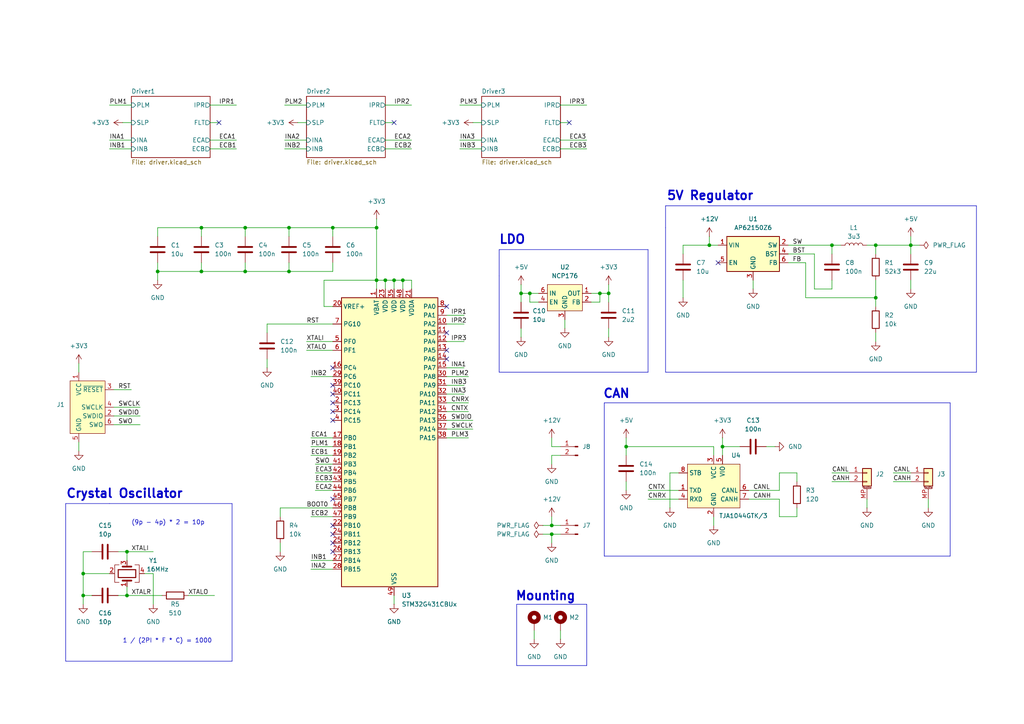
<source format=kicad_sch>
(kicad_sch (version 20231120) (generator "eeschema") (generator_version "8.0")
  (paper "A4")
  (lib_symbols
    (symbol "Connector:Conn_01x02_Pin" (pin_names (offset 1.016) hide)
      (property "Reference" "J" (at 0 2.54 0))
      (property "Value" "Conn_01x02_Pin" (at 0 -5.08 0))
      (symbol "Conn_01x02_Pin_1_1"
        (polyline (pts (xy 1.27 -2.54) (xy 0.8636 -2.54)) (stroke (width 0.1524)))
        (polyline (pts (xy 1.27 0) (xy 0.8636 0)) (stroke (width 0.1524)))
        (rectangle (start 0.8636 -2.413) (end 0 -2.667) (stroke (width 0.1524)) (fill (type outline)))
        (rectangle (start 0.8636 0.127) (end 0 -0.127) (stroke (width 0.1524)) (fill (type outline)))
        (pin passive line (at 5.08 0 180) (length 3.81) (name "Pin_1") (number "1"))
        (pin passive line (at 5.08 -2.54 180) (length 3.81) (name "Pin_2") (number "2"))
      )
    )
    (symbol "Connector:Conn_ARM_SWD_TagConnect_TC2030-NL" (in_bom no)
      (property "Reference" "J" (at 2.54 11.43 0))
      (property "Value" "Conn_ARM_SWD_TagConnect_TC2030-NL" (at 2.54 8.89 0))
      (symbol "Conn_ARM_SWD_TagConnect_TC2030-NL_0_0"
        (pin power_in line (at -2.54 10.16 270) (length 2.54) (name "VCC") (number "1"))
        (pin bidirectional line (at 7.62 -2.54 180) (length 2.54) (name "SWDIO") (number "2"))
        (pin open_collector line (at 7.62 5.08 180) (length 2.54) (name "~{RESET}") (number "3"))
        (pin output line (at 7.62 0 180) (length 2.54) (name "SWCLK") (number "4"))
        (pin power_in line (at -2.54 -10.16 90) (length 2.54) (name "GND") (number "5"))
        (pin input line (at 7.62 -5.08 180) (length 2.54) (name "SWO") (number "6"))
      )
      (symbol "Conn_ARM_SWD_TagConnect_TC2030-NL_0_1"
        (rectangle (start -5.08 7.62) (end 5.08 -7.62) (fill (type background)))
      )
    )
    (symbol "Connector_Generic_MountingPin:Conn_01x02_MountingPin" (pin_names (offset 1.016) hide)
      (property "Reference" "J" (at 0 2.54 0))
      (property "Value" "Conn_01x02_MountingPin" (at 1.27 -5.08 0))
      (symbol "Conn_01x02_MountingPin_1_1"
        (rectangle (start -1.27 -2.413) (end 0 -2.667) (stroke (width 0.1524)))
        (rectangle (start -1.27 0.127) (end 0 -0.127) (stroke (width 0.1524)))
        (rectangle (start -1.27 1.27) (end 1.27 -3.81) (stroke (width 0.254)) (fill (type background)))
        (polyline (pts (xy -1.016 -4.572) (xy 1.016 -4.572)) (stroke (width 0.1524)))
        (text "Mounting" (at 0 -4.191 0) (effects (font (size 0.381 0.381))))
        (pin passive line (at -5.08 0 0) (length 3.81) (name "Pin_1") (number "1"))
        (pin passive line (at -5.08 -2.54 0) (length 3.81) (name "Pin_2") (number "2"))
        (pin passive line (at 0 -7.62 90) (length 3.048) (name "MountPin") (number "MP"))
      )
    )
    (symbol "Device:C" (pin_numbers hide) (pin_names (offset 0.254))
      (property "Reference" "C" (at 0.635 2.54 0))
      (property "Value" "C" (at 0.635 -2.54 0))
      (symbol "C_0_1"
        (polyline (pts (xy -2.032 -0.762) (xy 2.032 -0.762)) (stroke (width 0.508)))
        (polyline (pts (xy -2.032 0.762) (xy 2.032 0.762)) (stroke (width 0.508)))
      )
      (symbol "C_1_1"
        (pin passive line (at 0 3.81 270) (length 2.794) (name "~") (number "1"))
        (pin passive line (at 0 -3.81 90) (length 2.794) (name "~") (number "2"))
      )
    )
    (symbol "Device:Crystal_GND24" (pin_names (offset 1.016) hide)
      (property "Reference" "Y" (at 3.175 5.08 0))
      (property "Value" "Crystal_GND24" (at 3.175 3.175 0))
      (symbol "Crystal_GND24_0_1"
        (rectangle (start -1.143 2.54) (end 1.143 -2.54) (stroke (width 0.3048)))
        (polyline (pts (xy -2.54 0) (xy -2.032 0)))
        (polyline (pts (xy -2.032 -1.27) (xy -2.032 1.27)) (stroke (width 0.508)))
        (polyline (pts (xy 0 -3.81) (xy 0 -3.556)))
        (polyline (pts (xy 0 3.556) (xy 0 3.81)))
        (polyline (pts (xy 2.032 -1.27) (xy 2.032 1.27)) (stroke (width 0.508)))
        (polyline (pts (xy 2.032 0) (xy 2.54 0)))
        (polyline (pts (xy -2.54 -2.286) (xy -2.54 -3.556) (xy 2.54 -3.556) (xy 2.54 -2.286)))
        (polyline (pts (xy -2.54 2.286) (xy -2.54 3.556) (xy 2.54 3.556) (xy 2.54 2.286)))
      )
      (symbol "Crystal_GND24_1_1"
        (pin passive line (at -3.81 0 0) (length 1.27) (name "1") (number "1"))
        (pin passive line (at 0 5.08 270) (length 1.27) (name "2") (number "2"))
        (pin passive line (at 3.81 0 180) (length 1.27) (name "3") (number "3"))
        (pin passive line (at 0 -5.08 90) (length 1.27) (name "4") (number "4"))
      )
    )
    (symbol "Device:L" (pin_numbers hide) (pin_names (offset 1.016) hide)
      (property "Reference" "L" (at -1.27 0 90))
      (property "Value" "L" (at 1.905 0 90))
      (symbol "L_0_1"
        (arc (start 0 -2.54) (mid 0.6323 -1.905) (end 0 -1.27))
        (arc (start 0 -1.27) (mid 0.6323 -0.635) (end 0 0))
        (arc (start 0 0) (mid 0.6323 0.635) (end 0 1.27))
        (arc (start 0 1.27) (mid 0.6323 1.905) (end 0 2.54))
      )
      (symbol "L_1_1"
        (pin passive line (at 0 3.81 270) (length 1.27) (name "1") (number "1"))
        (pin passive line (at 0 -3.81 90) (length 1.27) (name "2") (number "2"))
      )
    )
    (symbol "Device:R" (pin_numbers hide) (pin_names (offset 0))
      (property "Reference" "R" (at 2.032 0 90))
      (property "Value" "R" (at 0 0 90))
      (symbol "R_0_1"
        (rectangle (start -1.016 -2.54) (end 1.016 2.54) (stroke (width 0.254)))
      )
      (symbol "R_1_1"
        (pin passive line (at 0 3.81 270) (length 1.27) (name "~") (number "1"))
        (pin passive line (at 0 -3.81 90) (length 1.27) (name "~") (number "2"))
      )
    )
    (symbol "MCU_ST_STM32G4:STM32G431CBUx"
      (property "Reference" "U" (at -12.7 44.45 0))
      (property "Value" "STM32G431CBUx" (at 10.16 44.45 0))
      (symbol "STM32G431CBUx_0_1"
        (rectangle (start -12.7 -40.64) (end 15.24 43.18) (stroke (width 0.254)) (fill (type background)))
      )
      (symbol "STM32G431CBUx_1_1"
        (pin power_in line (at -2.54 45.72 270) (length 2.54) (name "VBAT") (number "1"))
        (pin bidirectional line (at 17.78 35.56 180) (length 2.54) (name "PA2") (number "10"))
        (pin bidirectional line (at 17.78 33.02 180) (length 2.54) (name "PA3") (number "11"))
        (pin bidirectional line (at 17.78 30.48 180) (length 2.54) (name "PA4") (number "12"))
        (pin bidirectional line (at 17.78 27.94 180) (length 2.54) (name "PA5") (number "13"))
        (pin bidirectional line (at 17.78 25.4 180) (length 2.54) (name "PA6") (number "14"))
        (pin bidirectional line (at 17.78 22.86 180) (length 2.54) (name "PA7") (number "15"))
        (pin bidirectional line (at -15.24 22.86 0) (length 2.54) (name "PC4") (number "16"))
        (pin bidirectional line (at -15.24 2.54 0) (length 2.54) (name "PB0") (number "17"))
        (pin bidirectional line (at -15.24 0 0) (length 2.54) (name "PB1") (number "18"))
        (pin bidirectional line (at -15.24 -2.54 0) (length 2.54) (name "PB2") (number "19"))
        (pin bidirectional line (at -15.24 12.7 0) (length 2.54) (name "PC13") (number "2"))
        (pin input line (at -15.24 40.64 0) (length 2.54) (name "VREF+") (number "20"))
        (pin power_in line (at 7.62 45.72 270) (length 2.54) (name "VDDA") (number "21"))
        (pin bidirectional line (at -15.24 -22.86 0) (length 2.54) (name "PB10") (number "22"))
        (pin power_in line (at 0 45.72 270) (length 2.54) (name "VDD") (number "23"))
        (pin bidirectional line (at -15.24 -25.4 0) (length 2.54) (name "PB11") (number "24"))
        (pin bidirectional line (at -15.24 -27.94 0) (length 2.54) (name "PB12") (number "25"))
        (pin bidirectional line (at -15.24 -30.48 0) (length 2.54) (name "PB13") (number "26"))
        (pin bidirectional line (at -15.24 -33.02 0) (length 2.54) (name "PB14") (number "27"))
        (pin bidirectional line (at -15.24 -35.56 0) (length 2.54) (name "PB15") (number "28"))
        (pin bidirectional line (at -15.24 20.32 0) (length 2.54) (name "PC6") (number "29"))
        (pin bidirectional line (at -15.24 10.16 0) (length 2.54) (name "PC14") (number "3"))
        (pin bidirectional line (at 17.78 20.32 180) (length 2.54) (name "PA8") (number "30"))
        (pin bidirectional line (at 17.78 17.78 180) (length 2.54) (name "PA9") (number "31"))
        (pin bidirectional line (at 17.78 15.24 180) (length 2.54) (name "PA10") (number "32"))
        (pin bidirectional line (at 17.78 12.7 180) (length 2.54) (name "PA11") (number "33"))
        (pin bidirectional line (at 17.78 10.16 180) (length 2.54) (name "PA12") (number "34"))
        (pin power_in line (at 2.54 45.72 270) (length 2.54) (name "VDD") (number "35"))
        (pin bidirectional line (at 17.78 7.62 180) (length 2.54) (name "PA13") (number "36"))
        (pin bidirectional line (at 17.78 5.08 180) (length 2.54) (name "PA14") (number "37"))
        (pin bidirectional line (at 17.78 2.54 180) (length 2.54) (name "PA15") (number "38"))
        (pin bidirectional line (at -15.24 17.78 0) (length 2.54) (name "PC10") (number "39"))
        (pin bidirectional line (at -15.24 7.62 0) (length 2.54) (name "PC15") (number "4"))
        (pin bidirectional line (at -15.24 15.24 0) (length 2.54) (name "PC11") (number "40"))
        (pin bidirectional line (at -15.24 -5.08 0) (length 2.54) (name "PB3") (number "41"))
        (pin bidirectional line (at -15.24 -7.62 0) (length 2.54) (name "PB4") (number "42"))
        (pin bidirectional line (at -15.24 -10.16 0) (length 2.54) (name "PB5") (number "43"))
        (pin bidirectional line (at -15.24 -12.7 0) (length 2.54) (name "PB6") (number "44"))
        (pin bidirectional line (at -15.24 -15.24 0) (length 2.54) (name "PB7") (number "45"))
        (pin bidirectional line (at -15.24 -17.78 0) (length 2.54) (name "PB8") (number "46"))
        (pin bidirectional line (at -15.24 -20.32 0) (length 2.54) (name "PB9") (number "47"))
        (pin power_in line (at 5.08 45.72 270) (length 2.54) (name "VDD") (number "48"))
        (pin power_in line (at 2.54 -43.18 90) (length 2.54) (name "VSS") (number "49"))
        (pin bidirectional line (at -15.24 30.48 0) (length 2.54) (name "PF0") (number "5"))
        (pin bidirectional line (at -15.24 27.94 0) (length 2.54) (name "PF1") (number "6"))
        (pin bidirectional line (at -15.24 35.56 0) (length 2.54) (name "PG10") (number "7"))
        (pin bidirectional line (at 17.78 40.64 180) (length 2.54) (name "PA0") (number "8"))
        (pin bidirectional line (at 17.78 38.1 180) (length 2.54) (name "PA1") (number "9"))
      )
    )
    (symbol "Regulator_Switching:AP62150Z6"
      (property "Reference" "U" (at -7.62 6.35 0))
      (property "Value" "AP62150Z6" (at 6.35 -6.35 0))
      (symbol "AP62150Z6_0_1"
        (rectangle (start -7.62 5.08) (end 7.62 -5.08) (stroke (width 0.254)) (fill (type background)))
      )
      (symbol "AP62150Z6_1_1"
        (pin power_in line (at -10.16 2.54 0) (length 2.54) (name "VIN") (number "1"))
        (pin output line (at 10.16 2.54 180) (length 2.54) (name "SW") (number "2"))
        (pin power_in line (at 0 -7.62 90) (length 2.54) (name "GND") (number "3"))
        (pin passive line (at 10.16 0 180) (length 2.54) (name "BST") (number "4"))
        (pin input line (at -10.16 -2.54 0) (length 2.54) (name "EN") (number "5"))
        (pin input line (at 10.16 -2.54 180) (length 2.54) (name "FB") (number "6"))
      )
    )
    (symbol "User_Symbols:24939" (pin_numbers hide) (pin_names hide)
      (property "Reference" "M" (at 0 2.54 0))
      (symbol "24939_0_1"
        (circle (center 0 0) (radius 1.27) (stroke (width 1.27)))
      )
      (symbol "24939_1_1"
        (pin input line (at 0 -3.81 90) (length 2.54) (name "MP") (number "MP"))
      )
    )
    (symbol "User_Symbols:NCP176"
      (property "Reference" "U" (at -4.572 4.064 0))
      (property "Value" "NCP176" (at 1.778 4.064 0))
      (symbol "NCP176_1_1"
        (rectangle (start -5.08 2.54) (end 5.08 -5.08) (fill (type background)))
        (pin power_out line (at 7.62 0 180) (length 2.54) (name "OUT") (number "1"))
        (pin input line (at 7.62 -2.54 180) (length 2.54) (name "FB") (number "2"))
        (pin power_in line (at 0 -7.62 90) (length 2.54) (name "GND") (number "3"))
        (pin input line (at -7.62 -2.54 0) (length 2.54) (name "EN") (number "4"))
        (pin no_connect line (at 0 5.08 270) (length 2.54) hide (name "NC") (number "5"))
        (pin power_in line (at -7.62 0 0) (length 2.54) (name "IN") (number "6"))
        (pin passive line (at 0 -7.62 90) (length 2.54) hide (name "EPAD") (number "7"))
      )
    )
    (symbol "User_Symbols:TJA1044GTK/3"
      (property "Reference" "U" (at 13.462 2.286 0))
      (property "Value" "TJA1044GTK/3" (at -2.54 2.286 0))
      (symbol "TJA1044GTK/3_1_1"
        (rectangle (start 0 0) (end 15.24 -12.7) (fill (type background)))
        (pin input line (at -2.54 -7.62 0) (length 2.54) (name "TXD") (number "1"))
        (pin power_in line (at 7.62 -15.24 90) (length 2.54) (name "GND") (number "2"))
        (pin power_in line (at 7.62 2.54 270) (length 2.54) (name "VCC") (number "3"))
        (pin output line (at -2.54 -10.16 0) (length 2.54) (name "RXD") (number "4"))
        (pin power_in line (at 10.16 2.54 270) (length 2.54) (name "VIO") (number "5"))
        (pin bidirectional line (at 17.78 -7.62 180) (length 2.54) (name "CANL") (number "6"))
        (pin bidirectional line (at 17.78 -10.16 180) (length 2.54) (name "CANH") (number "7"))
        (pin input line (at -2.54 -2.54 0) (length 2.54) (name "STB") (number "8"))
        (pin passive line (at 7.62 -15.24 90) (length 2.54) hide (name "EPAD") (number "9"))
      )
    )
    (symbol "power:+12V" (power) (pin_numbers hide) (pin_names (offset 0) hide)
      (property "Value" "+12V" (at 0 3.556 0))
      (symbol "+12V_0_1"
        (polyline (pts (xy -0.762 1.27) (xy 0 2.54)))
        (polyline (pts (xy 0 0) (xy 0 2.54)))
        (polyline (pts (xy 0 2.54) (xy 0.762 1.27)))
      )
      (symbol "+12V_1_1"
        (pin power_in line (at 0 0 90) (length 0) (name "~") (number "1"))
      )
    )
    (symbol "power:+3V3" (power) (pin_numbers hide) (pin_names (offset 0) hide)
      (property "Value" "+3V3" (at 0 3.556 0))
      (symbol "+3V3_0_1"
        (polyline (pts (xy -0.762 1.27) (xy 0 2.54)))
        (polyline (pts (xy 0 0) (xy 0 2.54)))
        (polyline (pts (xy 0 2.54) (xy 0.762 1.27)))
      )
      (symbol "+3V3_1_1"
        (pin power_in line (at 0 0 90) (length 0) (name "~") (number "1"))
      )
    )
    (symbol "power:+5V" (power) (pin_numbers hide) (pin_names (offset 0) hide)
      (property "Value" "+5V" (at 0 3.556 0))
      (symbol "+5V_0_1"
        (polyline (pts (xy -0.762 1.27) (xy 0 2.54)))
        (polyline (pts (xy 0 0) (xy 0 2.54)))
        (polyline (pts (xy 0 2.54) (xy 0.762 1.27)))
      )
      (symbol "+5V_1_1"
        (pin power_in line (at 0 0 90) (length 0) (name "~") (number "1"))
      )
    )
    (symbol "power:GND" (power) (pin_numbers hide) (pin_names (offset 0) hide)
      (property "Value" "GND" (at 0 -3.81 0))
      (symbol "GND_0_1"
        (polyline (pts (xy 0 0) (xy 0 -1.27) (xy 1.27 -1.27) (xy 0 -2.54) (xy -1.27 -1.27) (xy 0 -1.27)))
      )
      (symbol "GND_1_1"
        (pin power_in line (at 0 0 270) (length 0) (name "~") (number "1"))
      )
    )
    (symbol "power:PWR_FLAG" (power) (pin_numbers hide) (pin_names (offset 0) hide)
      (property "Value" "PWR_FLAG" (at 0 3.81 0))
      (symbol "PWR_FLAG_0_0"
        (pin power_out line (at 0 0 90) (length 0) (name "~") (number "1"))
      )
      (symbol "PWR_FLAG_0_1"
        (polyline (pts (xy 0 0) (xy 0 1.27) (xy -1.016 1.905) (xy 0 2.54) (xy 1.016 1.905) (xy 0 1.27)))
      )
    )
  )
  (junction (at 71.12 66.04))
  (junction (at 24.13 166.37))
  (junction (at 254 86.36))
  (junction (at 96.52 66.04))
  (junction (at 181.61 129.54))
  (junction (at 109.22 81.28))
  (junction (at 24.13 172.72))
  (junction (at 111.76 81.28))
  (junction (at 83.82 78.74))
  (junction (at 71.12 78.74))
  (junction (at 176.53 85.09))
  (junction (at 205.74 71.12))
  (junction (at 45.72 78.74))
  (junction (at 264.16 71.12))
  (junction (at 209.55 129.54))
  (junction (at 254 71.12))
  (junction (at 160.02 154.94))
  (junction (at 109.22 66.04))
  (junction (at 36.83 172.72))
  (junction (at 114.3 81.28))
  (junction (at 116.84 81.28))
  (junction (at 36.83 160.02))
  (junction (at 153.67 85.09))
  (junction (at 83.82 66.04))
  (junction (at 151.13 85.09))
  (junction (at 173.99 85.09))
  (junction (at 58.42 66.04))
  (junction (at 160.02 152.4))
  (junction (at 58.42 78.74))
  (junction (at 241.3 71.12))
  (no_connect (at 129.54 101.6))
  (no_connect (at 129.54 88.9))
  (no_connect (at 96.52 152.4))
  (no_connect (at 96.52 121.92))
  (no_connect (at 114.3 35.56))
  (no_connect (at 96.52 154.94))
  (no_connect (at 129.54 96.52))
  (no_connect (at 96.52 111.76))
  (no_connect (at 63.5 35.56))
  (no_connect (at 96.52 106.68))
  (no_connect (at 165.1 35.56))
  (no_connect (at 96.52 144.78))
  (no_connect (at 208.28 76.2))
  (no_connect (at 96.52 160.02))
  (no_connect (at 96.52 119.38))
  (no_connect (at 129.54 104.14))
  (no_connect (at 96.52 116.84))
  (no_connect (at 96.52 157.48))
  (no_connect (at 96.52 114.3))
  (wire (pts (xy 173.99 87.63) (xy 173.99 85.09)))
  (wire (pts (xy 71.12 66.04) (xy 83.82 66.04)))
  (wire (pts (xy 45.72 66.04) (xy 58.42 66.04)))
  (wire (pts (xy 217.17 144.78) (xy 226.06 144.78)))
  (wire (pts (xy 82.55 43.18) (xy 88.9 43.18)))
  (wire (pts (xy 22.86 105.41) (xy 22.86 107.95)))
  (wire (pts (xy 209.55 127) (xy 209.55 129.54)))
  (wire (pts (xy 264.16 137.16) (xy 259.08 137.16)))
  (wire (pts (xy 82.55 30.48) (xy 88.9 30.48)))
  (wire (pts (xy 246.38 137.16) (xy 241.3 137.16)))
  (wire (pts (xy 187.96 142.24) (xy 196.85 142.24)))
  (wire (pts (xy 226.06 149.86) (xy 226.06 144.78)))
  (wire (pts (xy 154.94 185.42) (xy 154.94 182.88)))
  (wire (pts (xy 88.9 101.6) (xy 96.52 101.6)))
  (wire (pts (xy 151.13 95.25) (xy 151.13 97.79)))
  (wire (pts (xy 228.6 73.66) (xy 236.22 73.66)))
  (wire (pts (xy 198.12 73.66) (xy 198.12 71.12)))
  (wire (pts (xy 231.14 147.32) (xy 231.14 149.86)))
  (polyline (pts (xy 275.59 116.84) (xy 175.26 116.84)))
  (wire (pts (xy 171.45 87.63) (xy 173.99 87.63)))
  (wire (pts (xy 24.13 172.72) (xy 24.13 166.37)))
  (polyline (pts (xy 187.96 72.39) (xy 144.78 72.39)))
  (wire (pts (xy 90.17 165.1) (xy 96.52 165.1)))
  (wire (pts (xy 176.53 85.09) (xy 173.99 85.09)))
  (wire (pts (xy 36.83 160.02) (xy 34.29 160.02)))
  (wire (pts (xy 162.56 185.42) (xy 162.56 182.88)))
  (polyline (pts (xy 31.75 146.05) (xy 67.31 146.05)))
  (wire (pts (xy 236.22 83.82) (xy 241.3 83.82)))
  (wire (pts (xy 82.55 40.64) (xy 88.9 40.64)))
  (wire (pts (xy 109.22 81.28) (xy 111.76 81.28)))
  (wire (pts (xy 24.13 166.37) (xy 31.75 166.37)))
  (wire (pts (xy 36.83 160.02) (xy 44.45 160.02)))
  (wire (pts (xy 151.13 82.55) (xy 151.13 85.09)))
  (wire (pts (xy 209.55 129.54) (xy 214.63 129.54)))
  (wire (pts (xy 58.42 66.04) (xy 71.12 66.04)))
  (wire (pts (xy 119.38 81.28) (xy 119.38 83.82)))
  (wire (pts (xy 160.02 129.54) (xy 162.56 129.54)))
  (wire (pts (xy 24.13 175.26) (xy 24.13 172.72)))
  (wire (pts (xy 160.02 132.08) (xy 162.56 132.08)))
  (wire (pts (xy 217.17 142.24) (xy 226.06 142.24)))
  (wire (pts (xy 91.44 139.7) (xy 96.52 139.7)))
  (wire (pts (xy 111.76 40.64) (xy 119.38 40.64)))
  (wire (pts (xy 111.76 30.48) (xy 119.38 30.48)))
  (wire (pts (xy 264.16 71.12) (xy 264.16 73.66)))
  (polyline (pts (xy 144.78 72.39) (xy 144.78 80.01)))
  (wire (pts (xy 60.96 40.64) (xy 68.58 40.64)))
  (polyline (pts (xy 19.05 191.77) (xy 19.05 146.05)))
  (wire (pts (xy 233.68 86.36) (xy 254 86.36)))
  (wire (pts (xy 231.14 149.86) (xy 226.06 149.86)))
  (wire (pts (xy 77.47 104.14) (xy 77.47 106.68)))
  (wire (pts (xy 153.67 85.09) (xy 156.21 85.09)))
  (wire (pts (xy 83.82 78.74) (xy 96.52 78.74)))
  (wire (pts (xy 90.17 109.22) (xy 96.52 109.22)))
  (wire (pts (xy 133.35 30.48) (xy 139.7 30.48)))
  (wire (pts (xy 162.56 43.18) (xy 170.18 43.18)))
  (wire (pts (xy 157.48 152.4) (xy 160.02 152.4)))
  (wire (pts (xy 259.08 139.7) (xy 264.16 139.7)))
  (wire (pts (xy 151.13 85.09) (xy 151.13 87.63)))
  (wire (pts (xy 96.52 66.04) (xy 96.52 68.58)))
  (wire (pts (xy 207.01 149.86) (xy 207.01 152.4)))
  (wire (pts (xy 176.53 82.55) (xy 176.53 85.09)))
  (wire (pts (xy 129.54 111.76) (xy 134.62 111.76)))
  (polyline (pts (xy 175.26 116.84) (xy 175.26 121.92)))
  (wire (pts (xy 58.42 78.74) (xy 71.12 78.74)))
  (wire (pts (xy 181.61 129.54) (xy 207.01 129.54)))
  (wire (pts (xy 44.45 166.37) (xy 44.45 175.26)))
  (wire (pts (xy 90.17 129.54) (xy 96.52 129.54)))
  (wire (pts (xy 173.99 85.09) (xy 171.45 85.09)))
  (wire (pts (xy 83.82 66.04) (xy 96.52 66.04)))
  (wire (pts (xy 77.47 96.52) (xy 77.47 93.98)))
  (polyline (pts (xy 149.86 175.26) (xy 170.18 175.26)))
  (wire (pts (xy 129.54 109.22) (xy 135.89 109.22)))
  (wire (pts (xy 209.55 129.54) (xy 209.55 132.08)))
  (wire (pts (xy 36.83 172.72) (xy 46.99 172.72)))
  (wire (pts (xy 205.74 68.58) (xy 205.74 71.12)))
  (wire (pts (xy 226.06 137.16) (xy 231.14 137.16)))
  (wire (pts (xy 194.31 147.32) (xy 194.31 137.16)))
  (wire (pts (xy 86.36 35.56) (xy 88.9 35.56)))
  (polyline (pts (xy 275.59 161.29) (xy 275.59 116.84)))
  (wire (pts (xy 129.54 106.68) (xy 134.62 106.68)))
  (wire (pts (xy 24.13 172.72) (xy 26.67 172.72)))
  (wire (pts (xy 264.16 81.28) (xy 264.16 83.82)))
  (wire (pts (xy 226.06 142.24) (xy 226.06 137.16)))
  (wire (pts (xy 31.75 30.48) (xy 38.1 30.48)))
  (wire (pts (xy 241.3 71.12) (xy 243.84 71.12)))
  (wire (pts (xy 58.42 66.04) (xy 58.42 68.58)))
  (wire (pts (xy 160.02 152.4) (xy 162.56 152.4)))
  (wire (pts (xy 222.25 129.54) (xy 224.79 129.54)))
  (polyline (pts (xy 175.26 161.29) (xy 275.59 161.29)))
  (wire (pts (xy 83.82 66.04) (xy 83.82 68.58)))
  (wire (pts (xy 81.28 147.32) (xy 96.52 147.32)))
  (wire (pts (xy 207.01 129.54) (xy 207.01 132.08)))
  (wire (pts (xy 58.42 78.74) (xy 58.42 76.2)))
  (wire (pts (xy 181.61 127) (xy 181.61 129.54)))
  (wire (pts (xy 254 86.36) (xy 254 88.9)))
  (polyline (pts (xy 283.21 107.95) (xy 283.21 59.69)))
  (wire (pts (xy 109.22 81.28) (xy 109.22 83.82)))
  (wire (pts (xy 116.84 81.28) (xy 119.38 81.28)))
  (wire (pts (xy 264.16 71.12) (xy 266.7 71.12)))
  (wire (pts (xy 181.61 139.7) (xy 181.61 142.24)))
  (wire (pts (xy 194.31 137.16) (xy 196.85 137.16)))
  (wire (pts (xy 93.98 88.9) (xy 93.98 81.28)))
  (polyline (pts (xy 193.04 66.04) (xy 193.04 107.95)))
  (wire (pts (xy 162.56 35.56) (xy 165.1 35.56)))
  (wire (pts (xy 45.72 78.74) (xy 45.72 81.28)))
  (wire (pts (xy 160.02 154.94) (xy 162.56 154.94)))
  (wire (pts (xy 83.82 78.74) (xy 83.82 76.2)))
  (polyline (pts (xy 283.21 59.69) (xy 193.04 59.69)))
  (wire (pts (xy 31.75 43.18) (xy 38.1 43.18)))
  (wire (pts (xy 205.74 71.12) (xy 208.28 71.12)))
  (wire (pts (xy 241.3 139.7) (xy 246.38 139.7)))
  (wire (pts (xy 198.12 81.28) (xy 198.12 86.36)))
  (wire (pts (xy 91.44 134.62) (xy 96.52 134.62)))
  (wire (pts (xy 231.14 137.16) (xy 231.14 139.7)))
  (wire (pts (xy 236.22 73.66) (xy 236.22 83.82)))
  (wire (pts (xy 160.02 127) (xy 160.02 129.54)))
  (wire (pts (xy 129.54 121.92) (xy 137.16 121.92)))
  (wire (pts (xy 187.96 144.78) (xy 196.85 144.78)))
  (wire (pts (xy 71.12 78.74) (xy 83.82 78.74)))
  (wire (pts (xy 254 71.12) (xy 264.16 71.12)))
  (wire (pts (xy 54.61 172.72) (xy 62.23 172.72)))
  (polyline (pts (xy 144.78 107.95) (xy 187.96 107.95)))
  (wire (pts (xy 90.17 132.08) (xy 96.52 132.08)))
  (wire (pts (xy 36.83 162.56) (xy 36.83 160.02)))
  (polyline (pts (xy 149.86 175.26) (xy 149.86 193.04)))
  (polyline (pts (xy 149.86 193.04) (xy 170.18 193.04)))
  (wire (pts (xy 33.02 120.65) (xy 40.64 120.65)))
  (wire (pts (xy 218.44 81.28) (xy 218.44 83.82)))
  (wire (pts (xy 269.24 147.32) (xy 269.24 144.78)))
  (polyline (pts (xy 67.31 146.05) (xy 67.31 191.77)))
  (wire (pts (xy 114.3 175.26) (xy 114.3 172.72)))
  (wire (pts (xy 163.83 92.71) (xy 163.83 95.25)))
  (wire (pts (xy 160.02 134.62) (xy 160.02 132.08)))
  (wire (pts (xy 44.45 166.37) (xy 41.91 166.37)))
  (wire (pts (xy 60.96 43.18) (xy 68.58 43.18)))
  (wire (pts (xy 162.56 40.64) (xy 170.18 40.64)))
  (wire (pts (xy 129.54 119.38) (xy 135.89 119.38)))
  (wire (pts (xy 251.46 147.32) (xy 251.46 144.78)))
  (polyline (pts (xy 144.78 80.01) (xy 144.78 107.95)))
  (wire (pts (xy 153.67 87.63) (xy 153.67 85.09)))
  (polyline (pts (xy 67.31 191.77) (xy 19.05 191.77)))
  (wire (pts (xy 31.75 40.64) (xy 38.1 40.64)))
  (wire (pts (xy 129.54 114.3) (xy 134.62 114.3)))
  (wire (pts (xy 45.72 78.74) (xy 58.42 78.74)))
  (wire (pts (xy 162.56 30.48) (xy 170.18 30.48)))
  (wire (pts (xy 45.72 66.04) (xy 45.72 68.58)))
  (polyline (pts (xy 175.26 121.92) (xy 175.26 161.29)))
  (wire (pts (xy 254 81.28) (xy 254 86.36)))
  (wire (pts (xy 114.3 81.28) (xy 116.84 81.28)))
  (wire (pts (xy 33.02 113.03) (xy 38.1 113.03)))
  (wire (pts (xy 90.17 149.86) (xy 96.52 149.86)))
  (polyline (pts (xy 193.04 107.95) (xy 283.21 107.95)))
  (wire (pts (xy 96.52 78.74) (xy 96.52 76.2)))
  (wire (pts (xy 81.28 147.32) (xy 81.28 149.86)))
  (wire (pts (xy 129.54 93.98) (xy 134.62 93.98)))
  (wire (pts (xy 22.86 128.27) (xy 22.86 130.81)))
  (wire (pts (xy 90.17 127) (xy 96.52 127)))
  (wire (pts (xy 36.83 170.18) (xy 36.83 172.72)))
  (wire (pts (xy 45.72 76.2) (xy 45.72 78.74)))
  (wire (pts (xy 129.54 116.84) (xy 135.89 116.84)))
  (wire (pts (xy 116.84 81.28) (xy 116.84 83.82)))
  (wire (pts (xy 233.68 76.2) (xy 228.6 76.2)))
  (wire (pts (xy 71.12 66.04) (xy 71.12 68.58)))
  (wire (pts (xy 111.76 81.28) (xy 114.3 81.28)))
  (wire (pts (xy 81.28 157.48) (xy 81.28 160.02)))
  (wire (pts (xy 88.9 99.06) (xy 96.52 99.06)))
  (wire (pts (xy 264.16 68.58) (xy 264.16 71.12)))
  (wire (pts (xy 156.21 87.63) (xy 153.67 87.63)))
  (wire (pts (xy 228.6 71.12) (xy 241.3 71.12)))
  (wire (pts (xy 35.56 35.56) (xy 38.1 35.56)))
  (wire (pts (xy 157.48 154.94) (xy 160.02 154.94)))
  (wire (pts (xy 91.44 137.16) (xy 96.52 137.16)))
  (wire (pts (xy 129.54 127) (xy 135.89 127)))
  (wire (pts (xy 254 96.52) (xy 254 99.06)))
  (wire (pts (xy 251.46 71.12) (xy 254 71.12)))
  (wire (pts (xy 160.02 157.48) (xy 160.02 154.94)))
  (wire (pts (xy 137.16 35.56) (xy 139.7 35.56)))
  (wire (pts (xy 129.54 99.06) (xy 134.62 99.06)))
  (wire (pts (xy 96.52 88.9) (xy 93.98 88.9)))
  (wire (pts (xy 233.68 76.2) (xy 233.68 86.36)))
  (wire (pts (xy 129.54 91.44) (xy 134.62 91.44)))
  (wire (pts (xy 96.52 66.04) (xy 109.22 66.04)))
  (wire (pts (xy 133.35 43.18) (xy 139.7 43.18)))
  (wire (pts (xy 129.54 124.46) (xy 137.16 124.46)))
  (polyline (pts (xy 193.04 59.69) (xy 193.04 66.04)))
  (wire (pts (xy 71.12 78.74) (xy 71.12 76.2)))
  (wire (pts (xy 111.76 81.28) (xy 111.76 83.82)))
  (wire (pts (xy 109.22 63.5) (xy 109.22 66.04)))
  (wire (pts (xy 91.44 142.24) (xy 96.52 142.24)))
  (wire (pts (xy 60.96 35.56) (xy 63.5 35.56)))
  (wire (pts (xy 36.83 172.72) (xy 34.29 172.72)))
  (wire (pts (xy 114.3 81.28) (xy 114.3 83.82)))
  (wire (pts (xy 109.22 66.04) (xy 109.22 81.28)))
  (wire (pts (xy 60.96 30.48) (xy 68.58 30.48)))
  (wire (pts (xy 153.67 85.09) (xy 151.13 85.09)))
  (wire (pts (xy 77.47 93.98) (xy 96.52 93.98)))
  (wire (pts (xy 111.76 35.56) (xy 114.3 35.56)))
  (wire (pts (xy 241.3 73.66) (xy 241.3 71.12)))
  (wire (pts (xy 176.53 95.25) (xy 176.53 97.79)))
  (wire (pts (xy 93.98 81.28) (xy 109.22 81.28)))
  (polyline (pts (xy 187.96 107.95) (xy 187.96 72.39)))
  (polyline (pts (xy 170.18 193.04) (xy 170.18 175.26)))
  (wire (pts (xy 176.53 87.63) (xy 176.53 85.09)))
  (wire (pts (xy 241.3 81.28) (xy 241.3 83.82)))
  (wire (pts (xy 111.76 43.18) (xy 119.38 43.18)))
  (wire (pts (xy 24.13 160.02) (xy 26.67 160.02)))
  (wire (pts (xy 181.61 132.08) (xy 181.61 129.54)))
  (polyline (pts (xy 19.05 146.05) (xy 31.75 146.05)))
  (wire (pts (xy 90.17 162.56) (xy 96.52 162.56)))
  (wire (pts (xy 24.13 166.37) (xy 24.13 160.02)))
  (wire (pts (xy 133.35 40.64) (xy 139.7 40.64)))
  (wire (pts (xy 33.02 123.19) (xy 40.64 123.19)))
  (wire (pts (xy 33.02 118.11) (xy 40.64 118.11)))
  (wire (pts (xy 198.12 71.12) (xy 205.74 71.12)))
  (wire (pts (xy 254 71.12) (xy 254 73.66)))
  (wire (pts (xy 160.02 149.86) (xy 160.02 152.4)))
  (text "CAN" (at 178.816 114.3 0) (effects (font (size 2.54 2.54) (thickness 0.508) (bold yes))))
  (text "Mounting" (at 158.242 172.974 0) (effects (font (size 2.54 2.54) (thickness 0.508) (bold yes))))
  (text "5V Regulator" (at 205.994 56.896 0) (effects (font (size 2.54 2.54) (thickness 0.508) (bold yes))))
  (text "(9p - 4p) * 2 = 10p" (at 38.1 152.4 0) (effects (font (size 1.27 1.27)) (justify left bottom)))
  (text "LDO" (at 148.59 69.596 0) (effects (font (size 2.54 2.54) (thickness 0.508) (bold yes))))
  (text "Crystal Oscillator" (at 19.05 144.78 0) (effects (font (size 2.54 2.54) (thickness 0.508) (bold yes)) (justify left bottom)))
  (text "1 / (2PI * F * C) = 1000" (at 35.56 186.69 0) (effects (font (size 1.27 1.27)) (justify left bottom)))
  (label "ECA3" (at 91.44 137.16 0))
  (label "RST" (at 34.29 113.03 0))
  (label "SWO" (at 34.29 123.19 0))
  (label "FB" (at 229.87 76.2 0))
  (label "CANL" (at 241.3 137.16 0))
  (label "INB3" (at 133.35 43.18 0))
  (label "INA2" (at 90.17 165.1 0))
  (label "SWO" (at 91.44 134.62 0))
  (label "ECA2" (at 91.44 142.24 0))
  (label "CANL" (at 259.08 137.16 0))
  (label "XTALI" (at 88.9 99.06 0))
  (label "CNRX" (at 130.81 116.84 0))
  (label "IPR2" (at 114.3 30.48 0))
  (label "SWDIO" (at 34.29 120.65 0))
  (label "CANH" (at 259.08 139.7 0))
  (label "RST" (at 88.9 93.98 0))
  (label "INB2" (at 82.55 43.18 0))
  (label "ECB3" (at 91.44 139.7 0))
  (label "INA2" (at 82.55 40.64 0))
  (label "ECB1" (at 63.5 43.18 0))
  (label "IPR1" (at 130.81 91.44 0))
  (label "IPR3" (at 165.1 30.48 0))
  (label "ECB2" (at 114.3 43.18 0))
  (label "XTALO" (at 88.9 101.6 0))
  (label "PLM2" (at 130.81 109.22 0))
  (label "INB3" (at 130.81 111.76 0))
  (label "XTALR" (at 38.1 172.72 0))
  (label "ECA2" (at 114.3 40.64 0))
  (label "PLM1" (at 90.17 129.54 0))
  (label "SW" (at 229.87 71.12 0))
  (label "ECB1" (at 90.17 132.08 0))
  (label "XTALO" (at 54.61 172.72 0))
  (label "CANH" (at 218.44 144.78 0))
  (label "ECA3" (at 165.1 40.64 0))
  (label "INA3" (at 133.35 40.64 0))
  (label "SWDIO" (at 130.81 121.92 0))
  (label "INA3" (at 130.81 114.3 0))
  (label "BST" (at 229.87 73.66 0))
  (label "INA1" (at 31.75 40.64 0))
  (label "PLM1" (at 31.75 30.48 0))
  (label "ECA1" (at 63.5 40.64 0))
  (label "IPR3" (at 130.81 99.06 0))
  (label "SWCLK" (at 130.81 124.46 0))
  (label "INB1" (at 31.75 43.18 0))
  (label "ECA1" (at 90.17 127 0))
  (label "PLM3" (at 133.35 30.48 0))
  (label "CNRX" (at 187.96 144.78 0))
  (label "PLM2" (at 82.55 30.48 0))
  (label "BOOT0" (at 88.9 147.32 0))
  (label "PLM3" (at 130.81 127 0))
  (label "ECB2" (at 90.17 149.86 0))
  (label "CANL" (at 218.44 142.24 0))
  (label "IPR2" (at 130.81 93.98 0))
  (label "XTALI" (at 38.1 160.02 0))
  (label "INA1" (at 130.81 106.68 0))
  (label "ECB3" (at 165.1 43.18 0))
  (label "IPR1" (at 63.5 30.48 0))
  (label "INB2" (at 90.17 109.22 0))
  (label "CANH" (at 241.3 139.7 0))
  (label "SWCLK" (at 34.29 118.11 0))
  (label "INB1" (at 90.17 162.56 0))
  (label "CNTX" (at 187.96 142.24 0))
  (label "CNTX" (at 130.81 119.38 0))
  (symbol (lib_id "power:+12V") (at 160.02 149.86 0) (unit 1)
    (property "Reference" "#PWR020" (effects (hide yes)))
    (property "Value" "+12V" (at 160.02 144.78 0))
    (property "Description" "Power symbol creates a global label with name \"+12V\"" (effects (hide yes)))
  )
  (symbol (lib_id "Connector_Generic_MountingPin:Conn_01x02_MountingPin") (at 269.24 137.16 0) (unit 1)
    (property "Reference" "J3" (at 271.78 137.5155 0) (effects (justify left)))
    (property "Value" "Conn_01x02_MountingPin" (effects (hide yes)))
    (property "Footprint" "Connector_JST:JST_SH_SM02B-SRSS-TB_1x02-1MP_P1.00mm_Horizontal" (effects (hide yes)))
    (property "Description" "Generic connectable mounting pin connector, single row, 01x02, script generated (kicad-library-utils/schlib/autogen/connector/)" (effects (hide yes)))
  )
  (symbol (lib_id "power:+3V3") (at 86.36 35.56 90) (unit 1)
    (property "Reference" "#PWR069" (effects (hide yes)))
    (property "Value" "+3V3" (at 82.55 35.5599 90) (effects (justify left)))
    (property "Description" "Power symbol creates a global label with name \"+3V3\"" (effects (hide yes)))
  )
  (symbol (lib_id "power:PWR_FLAG") (at 157.48 152.4 90) (unit 1)
    (property "Reference" "#FLG03" (effects (hide yes)))
    (property "Value" "PWR_FLAG" (at 153.67 152.3999 90) (effects (justify left)))
    (property "Description" "Special symbol for telling ERC where power comes from" (effects (hide yes)))
  )
  (symbol (lib_id "Device:C") (at 58.42 72.39 0) (unit 1)
    (property "Reference" "C3" (at 62.23 71.12 0) (effects (justify left)))
    (property "Value" "100n" (at 62.23 73.66 0) (effects (justify left)))
    (property "Footprint" "Capacitor_SMD:C_0402_1005Metric" (effects (hide yes)))
  )
  (symbol (lib_id "power:GND") (at 194.31 147.32 0) (unit 1)
    (property "Reference" "#PWR065" (effects (hide yes)))
    (property "Value" "GND" (at 194.31 152.4 0))
    (property "Description" "Power symbol creates a global label with name \"GND\" , ground" (effects (hide yes)))
  )
  (symbol (lib_id "User_Symbols:24939") (at 162.56 179.07 0) (unit 1)
    (property "Reference" "M2" (at 165.1 179.0699 0) (effects (justify left)))
    (property "Value" "24939" (effects (hide yes)))
    (property "Footprint" "User_Footprints:24939" (effects (hide yes)))
    (property "Datasheet" "https://www.digikey.com/en/products/detail/keystone-electronics/24939/16343673" (effects (hide yes)))
    (property "Description" "M3 Solder Insert" (effects (hide yes)))
  )
  (symbol (lib_id "Regulator_Switching:AP62150Z6") (at 218.44 73.66 0) (unit 1)
    (property "Reference" "U1" (at 218.44 63.5 0))
    (property "Value" "AP62150Z6" (at 218.44 66.04 0))
    (property "Footprint" "Package_TO_SOT_SMD:SOT-563" (effects (hide yes)))
    (property "Datasheet" "https://www.diodes.com/assets/Datasheets/AP62150.pdf" (effects (hide yes)))
    (property "Description" "1.5A, 1.3MHz Buck DC/DC Converter, adjustable output voltage, SOT-563" (effects (hide yes)))
  )
  (symbol (lib_id "Device:C") (at 71.12 72.39 0) (unit 1)
    (property "Reference" "C4" (at 74.93 71.12 0) (effects (justify left)))
    (property "Value" "100n" (at 74.93 73.66 0) (effects (justify left)))
    (property "Footprint" "Capacitor_SMD:C_0402_1005Metric" (effects (hide yes)))
  )
  (symbol (lib_id "power:GND") (at 181.61 142.24 0) (unit 1)
    (property "Reference" "#PWR022" (effects (hide yes)))
    (property "Value" "GND" (at 181.61 147.32 0))
    (property "Description" "Power symbol creates a global label with name \"GND\" , ground" (effects (hide yes)))
  )
  (symbol (lib_id "power:GND") (at 254 99.06 0) (unit 1)
    (property "Reference" "#PWR013" (effects (hide yes)))
    (property "Value" "GND" (at 254 104.14 0))
    (property "Description" "Power symbol creates a global label with name \"GND\" , ground" (effects (hide yes)))
  )
  (symbol (lib_id "power:+3V3") (at 35.56 35.56 90) (unit 1)
    (property "Reference" "#PWR068" (effects (hide yes)))
    (property "Value" "+3V3" (at 31.75 35.5599 90) (effects (justify left)))
    (property "Description" "Power symbol creates a global label with name \"+3V3\"" (effects (hide yes)))
  )
  (symbol (lib_id "power:GND") (at 162.56 185.42 0) (unit 1)
    (property "Reference" "#PWR067" (effects (hide yes)))
    (property "Value" "GND" (at 162.56 190.5 0))
  )
  (symbol (lib_id "power:GND") (at 198.12 86.36 0) (unit 1)
    (property "Reference" "#PWR07" (effects (hide yes)))
    (property "Value" "GND" (at 198.12 91.44 0))
    (property "Description" "Power symbol creates a global label with name \"GND\" , ground" (effects (hide yes)))
  )
  (symbol (lib_id "Device:C") (at 30.48 160.02 90) (unit 1)
    (property "Reference" "C15" (at 30.48 152.4 90))
    (property "Value" "10p" (at 30.48 154.94 90))
    (property "Footprint" "Capacitor_SMD:C_0402_1005Metric" (effects (hide yes)))
  )
  (symbol (lib_id "power:GND") (at 114.3 175.26 0) (unit 1)
    (property "Reference" "#PWR031" (effects (hide yes)))
    (property "Value" "GND" (at 114.3 180.34 0))
  )
  (symbol (lib_id "power:+12V") (at 205.74 68.58 0) (unit 1)
    (property "Reference" "#PWR02" (effects (hide yes)))
    (property "Value" "+12V" (at 205.74 63.5 0))
    (property "Description" "Power symbol creates a global label with name \"+12V\"" (effects (hide yes)))
  )
  (symbol (lib_id "power:GND") (at 264.16 83.82 0) (unit 1)
    (property "Reference" "#PWR09" (effects (hide yes)))
    (property "Value" "GND" (at 264.16 88.9 0))
    (property "Description" "Power symbol creates a global label with name \"GND\" , ground" (effects (hide yes)))
  )
  (symbol (lib_id "power:GND") (at 269.24 147.32 0) (unit 1)
    (property "Reference" "#PWR026" (effects (hide yes)))
    (property "Value" "GND" (at 269.24 152.4 0))
    (property "Description" "Power symbol creates a global label with name \"GND\" , ground" (effects (hide yes)))
  )
  (symbol (lib_id "power:+3V3") (at 109.22 63.5 0) (unit 1)
    (property "Reference" "#PWR01" (effects (hide yes)))
    (property "Value" "+3V3" (at 109.22 58.42 0))
    (property "Description" "Power symbol creates a global label with name \"+3V3\"" (effects (hide yes)))
  )
  (symbol (lib_id "Device:C") (at 30.48 172.72 90) (unit 1)
    (property "Reference" "C16" (at 30.48 177.8 90))
    (property "Value" "10p" (at 30.48 180.34 90))
    (property "Footprint" "Capacitor_SMD:C_0402_1005Metric" (effects (hide yes)))
  )
  (symbol (lib_id "power:GND") (at 160.02 134.62 0) (unit 1)
    (property "Reference" "#PWR024" (effects (hide yes)))
    (property "Value" "GND" (at 160.02 139.7 0))
    (property "Description" "Power symbol creates a global label with name \"GND\" , ground" (effects (hide yes)))
  )
  (symbol (lib_id "power:GND") (at 218.44 83.82 0) (unit 1)
    (property "Reference" "#PWR08" (effects (hide yes)))
    (property "Value" "GND" (at 218.44 88.9 0))
    (property "Description" "Power symbol creates a global label with name \"GND\" , ground" (effects (hide yes)))
  )
  (symbol (lib_id "Connector:Conn_ARM_SWD_TagConnect_TC2030-NL") (at 25.4 118.11 0) (unit 1) (in_bom no)
    (property "Reference" "J1" (at 18.796 117.348 0) (effects (justify right)))
    (property "Value" "Conn_ARM_SWD_TagConnect_TC2030-NL" (effects (hide yes)))
    (property "Footprint" "Connector:Tag-Connect_TC2030-IDC-NL_2x03_P1.27mm_Vertical" (effects (hide yes)))
    (property "Datasheet" "https://www.tag-connect.com/wp-content/uploads/bsk-pdf-manager/TC2030-CTX_1.pdf" (effects (hide yes)))
    (property "Description" "Tag-Connect ARM Cortex SWD JTAG connector, 6 pin, no legs" (effects (hide yes)))
  )
  (symbol (lib_id "power:+5V") (at 264.16 68.58 0) (unit 1)
    (property "Reference" "#PWR03" (effects (hide yes)))
    (property "Value" "+5V" (at 264.16 63.5 0))
    (property "Description" "Power symbol creates a global label with name \"+5V\"" (effects (hide yes)))
  )
  (symbol (lib_id "Device:C") (at 218.44 129.54 90) (unit 1)
    (property "Reference" "C13" (at 218.44 121.92 90))
    (property "Value" "100n" (at 218.44 124.46 90))
    (property "Footprint" "Capacitor_SMD:C_0402_1005Metric" (effects (hide yes)))
    (property "Description" "Unpolarized capacitor" (effects (hide yes)))
  )
  (symbol (lib_id "power:GND") (at 224.79 129.54 90) (unit 1)
    (property "Reference" "#PWR018" (effects (hide yes)))
    (property "Value" "GND" (at 228.6 129.5399 90) (effects (justify right)))
    (property "Description" "Power symbol creates a global label with name \"GND\" , ground" (effects (hide yes)))
  )
  (symbol (lib_id "Device:R") (at 254 77.47 0) (unit 1)
    (property "Reference" "R1" (at 256.54 76.1999 0) (effects (justify left)))
    (property "Value" "52k3" (at 256.54 78.7399 0) (effects (justify left)))
    (property "Footprint" "Resistor_SMD:R_0402_1005Metric" (effects (hide yes)))
    (property "Description" "Resistor" (effects (hide yes)))
  )
  (symbol (lib_id "User_Symbols:TJA1044GTK/3") (at 199.39 134.62 0) (unit 1)
    (property "Reference" "U4" (at 212.09 132.08 0) (effects (justify left)))
    (property "Value" "TJA1044GTK/3" (at 208.534 149.606 0) (effects (justify left)))
    (property "Footprint" "Package_SON:HVSON-8-1EP_3x3mm_P0.65mm_EP1.6x2.4mm" (effects (hide yes)))
    (property "Datasheet" "https://www.nxp.com/docs/en/data-sheet/TJA1044.pdf" (effects (hide yes)))
    (property "Description" "High Speed CAN Transceiver" (effects (hide yes)))
  )
  (symbol (lib_id "power:GND") (at 207.01 152.4 0) (unit 1)
    (property "Reference" "#PWR027" (effects (hide yes)))
    (property "Value" "GND" (at 207.01 157.48 0))
    (property "Description" "Power symbol creates a global label with name \"GND\" , ground" (effects (hide yes)))
  )
  (symbol (lib_id "Device:L") (at 247.65 71.12 90) (unit 1)
    (property "Reference" "L1" (at 247.65 66.04 90))
    (property "Value" "3u3" (at 247.65 68.58 90))
    (property "Footprint" "Inductor_SMD:L_Chilisin_BMRA00040420" (effects (hide yes)))
    (property "Description" "Inductor" (effects (hide yes)))
    (property "LCSC" "C207829" (effects (hide yes)))
  )
  (symbol (lib_id "power:GND") (at 160.02 157.48 0) (unit 1)
    (property "Reference" "#PWR021" (effects (hide yes)))
    (property "Value" "GND" (at 160.02 162.56 0))
    (property "Description" "Power symbol creates a global label with name \"GND\" , ground" (effects (hide yes)))
  )
  (symbol (lib_id "Device:C") (at 241.3 77.47 0) (unit 1)
    (property "Reference" "C8" (at 245.11 76.1999 0) (effects (justify left)))
    (property "Value" "100n" (at 245.11 78.7399 0) (effects (justify left)))
    (property "Footprint" "Capacitor_SMD:C_0402_1005Metric" (effects (hide yes)))
    (property "Description" "Unpolarized capacitor" (effects (hide yes)))
  )
  (symbol (lib_id "Device:C") (at 45.72 72.39 0) (unit 1)
    (property "Reference" "C1" (at 49.53 71.12 0) (effects (justify left)))
    (property "Value" "10u" (at 49.53 73.66 0) (effects (justify left)))
    (property "Footprint" "Capacitor_SMD:C_0402_1005Metric" (effects (hide yes)))
  )
  (symbol (lib_id "Device:R") (at 50.8 172.72 90) (unit 1)
    (property "Reference" "R5" (at 50.8 175.26 90))
    (property "Value" "510" (at 50.8 177.8 90))
    (property "Footprint" "Resistor_SMD:R_0402_1005Metric" (effects (hide yes)))
  )
  (symbol (lib_id "power:+3V3") (at 22.86 105.41 0) (unit 1)
    (property "Reference" "#PWR014" (effects (hide yes)))
    (property "Value" "+3V3" (at 22.86 100.33 0))
    (property "Description" "Power symbol creates a global label with name \"+3V3\"" (effects (hide yes)))
  )
  (symbol (lib_id "power:+5V") (at 151.13 82.55 0) (unit 1)
    (property "Reference" "#PWR05" (effects (hide yes)))
    (property "Value" "+5V" (at 151.13 77.47 0))
    (property "Description" "Power symbol creates a global label with name \"+5V\"" (effects (hide yes)))
  )
  (symbol (lib_id "power:+3V3") (at 176.53 82.55 0) (unit 1)
    (property "Reference" "#PWR06" (effects (hide yes)))
    (property "Value" "+3V3" (at 176.53 77.47 0))
    (property "Description" "Power symbol creates a global label with name \"+3V3\"" (effects (hide yes)))
  )
  (symbol (lib_id "power:GND") (at 77.47 106.68 0) (unit 1)
    (property "Reference" "#PWR015" (effects (hide yes)))
    (property "Value" "GND" (at 77.47 111.76 0))
  )
  (symbol (lib_id "power:GND") (at 22.86 130.81 0) (unit 1)
    (property "Reference" "#PWR019" (effects (hide yes)))
    (property "Value" "GND" (at 22.86 135.89 0))
    (property "Description" "Power symbol creates a global label with name \"GND\" , ground" (effects (hide yes)))
  )
  (symbol (lib_id "power:GND") (at 251.46 147.32 0) (unit 1)
    (property "Reference" "#PWR025" (effects (hide yes)))
    (property "Value" "GND" (at 251.46 152.4 0))
    (property "Description" "Power symbol creates a global label with name \"GND\" , ground" (effects (hide yes)))
  )
  (symbol (lib_id "power:GND") (at 151.13 97.79 0) (unit 1)
    (property "Reference" "#PWR011" (effects (hide yes)))
    (property "Value" "GND" (at 151.13 102.87 0))
    (property "Description" "Power symbol creates a global label with name \"GND\" , ground" (effects (hide yes)))
  )
  (symbol (lib_id "Connector_Generic_MountingPin:Conn_01x02_MountingPin") (at 251.46 137.16 0) (unit 1)
    (property "Reference" "J2" (at 254 137.5155 0) (effects (justify left)))
    (property "Value" "Conn_01x02_MountingPin" (effects (hide yes)))
    (property "Footprint" "Connector_JST:JST_SH_SM02B-SRSS-TB_1x02-1MP_P1.00mm_Horizontal" (effects (hide yes)))
    (property "Description" "Generic connectable mounting pin connector, single row, 01x02, script generated (kicad-library-utils/schlib/autogen/connector/)" (effects (hide yes)))
  )
  (symbol (lib_id "power:+5V") (at 181.61 127 0) (unit 1)
    (property "Reference" "#PWR016" (effects (hide yes)))
    (property "Value" "+5V" (at 181.61 121.92 0))
    (property "Description" "Power symbol creates a global label with name \"+5V\"" (effects (hide yes)))
  )
  (symbol (lib_id "power:+12V") (at 160.02 127 0) (unit 1)
    (property "Reference" "#PWR023" (effects (hide yes)))
    (property "Value" "+12V" (at 160.02 121.92 0))
    (property "Description" "Power symbol creates a global label with name \"+12V\"" (effects (hide yes)))
  )
  (symbol (lib_id "Device:C") (at 151.13 91.44 0) (unit 1)
    (property "Reference" "C10" (at 154.432 90.17 0) (effects (justify left)))
    (property "Value" "10u" (at 154.432 92.71 0) (effects (justify left)))
    (property "Footprint" "Capacitor_SMD:C_0603_1608Metric" (effects (hide yes)))
    (property "Description" "Unpolarized capacitor" (effects (hide yes)))
    (property "LCSC" "C19702" (effects (hide yes)))
  )
  (symbol (lib_id "power:PWR_FLAG") (at 266.7 71.12 270) (unit 1)
    (property "Reference" "#FLG01" (effects (hide yes)))
    (property "Value" "PWR_FLAG" (at 270.51 71.1199 90) (effects (justify left)))
    (property "Description" "Special symbol for telling ERC where power comes from" (effects (hide yes)))
  )
  (symbol (lib_id "MCU_ST_STM32G4:STM32G431CBUx") (at 111.76 129.54 0) (unit 1)
    (property "Reference" "U3" (at 116.4941 172.72 0) (effects (justify left)))
    (property "Value" "STM32G431CBUx" (at 116.4941 175.26 0) (effects (justify left)))
    (property "Footprint" "Package_DFN_QFN:QFN-48-1EP_7x7mm_P0.5mm_EP5.6x5.6mm" (effects (hide yes)))
    (property "Datasheet" "https://www.st.com/resource/en/datasheet/stm32g431cb.pdf" (effects (hide yes)))
    (property "Description" "STMicroelectronics Arm Cortex-M4 MCU, 128KB flash, 32KB RAM, 170 MHz, 1.71-3.6V, 42 GPIO, UFQFPN48" (effects (hide yes)))
  )
  (symbol (lib_id "power:GND") (at 45.72 81.28 0) (unit 1)
    (property "Reference" "#PWR04" (effects (hide yes)))
    (property "Value" "GND" (at 45.72 86.36 0))
  )
  (symbol (lib_id "Device:C") (at 176.53 91.44 0) (unit 1)
    (property "Reference" "C11" (at 180.34 90.1699 0) (effects (justify left)))
    (property "Value" "2u2" (at 180.34 92.7099 0) (effects (justify left)))
    (property "Footprint" "Capacitor_SMD:C_0402_1005Metric" (effects (hide yes)))
    (property "Description" "Unpolarized capacitor" (effects (hide yes)))
    (property "LCSC" "C12530" (effects (hide yes)))
  )
  (symbol (lib_id "Device:C") (at 77.47 100.33 0) (unit 1)
    (property "Reference" "C12" (at 81.28 99.06 0) (effects (justify left)))
    (property "Value" "100n" (at 81.28 101.6 0) (effects (justify left)))
    (property "Footprint" "Capacitor_SMD:C_0402_1005Metric" (effects (hide yes)))
  )
  (symbol (lib_id "Device:R") (at 81.28 153.67 0) (unit 1)
    (property "Reference" "R4" (at 83.82 152.3999 0) (effects (justify left)))
    (property "Value" "10k" (at 83.82 154.9399 0) (effects (justify left)))
    (property "Footprint" "Resistor_SMD:R_0402_1005Metric" (effects (hide yes)))
    (property "Description" "Resistor" (effects (hide yes)))
  )
  (symbol (lib_id "Device:C") (at 96.52 72.39 0) (unit 1)
    (property "Reference" "C6" (at 100.33 71.12 0) (effects (justify left)))
    (property "Value" "100n" (at 100.33 73.66 0) (effects (justify left)))
    (property "Footprint" "Capacitor_SMD:C_0402_1005Metric" (effects (hide yes)))
  )
  (symbol (lib_id "power:GND") (at 81.28 160.02 0) (unit 1)
    (property "Reference" "#PWR028" (effects (hide yes)))
    (property "Value" "GND" (at 81.28 165.1 0))
  )
  (symbol (lib_id "Device:R") (at 254 92.71 0) (unit 1)
    (property "Reference" "R2" (at 256.54 91.4399 0) (effects (justify left)))
    (property "Value" "10k" (at 256.54 93.9799 0) (effects (justify left)))
    (property "Footprint" "Resistor_SMD:R_0402_1005Metric" (effects (hide yes)))
    (property "Description" "Resistor" (effects (hide yes)))
  )
  (symbol (lib_id "Connector:Conn_01x02_Pin") (at 167.64 129.54 0) (mirror y) (unit 1)
    (property "Reference" "J8" (at 168.91 129.5399 0) (effects (justify right)))
    (property "Value" "Conn_01x02_Pin" (effects (hide yes)))
    (property "Footprint" "User_Footprints:PowerPins" (effects (hide yes)))
    (property "Description" "Generic connector, single row, 01x02, script generated" (effects (hide yes)))
  )
  (symbol (lib_id "Device:C") (at 264.16 77.47 0) (unit 1)
    (property "Reference" "C9" (at 267.97 76.1999 0) (effects (justify left)))
    (property "Value" "22u" (at 267.97 78.7399 0) (effects (justify left)))
    (property "Footprint" "Capacitor_SMD:C_0805_2012Metric" (effects (hide yes)))
    (property "Description" "Unpolarized capacitor" (effects (hide yes)))
  )
  (symbol (lib_id "power:GND") (at 44.45 175.26 0) (unit 1)
    (property "Reference" "#PWR030" (effects (hide yes)))
    (property "Value" "GND" (at 44.45 180.34 0))
  )
  (symbol (lib_id "Device:C") (at 198.12 77.47 0) (unit 1)
    (property "Reference" "C7" (at 201.93 76.1999 0) (effects (justify left)))
    (property "Value" "10u" (at 201.93 78.7399 0) (effects (justify left)))
    (property "Footprint" "Capacitor_SMD:C_0603_1608Metric" (effects (hide yes)))
    (property "Description" "Unpolarized capacitor" (effects (hide yes)))
    (property "LCSC" "C19702" (effects (hide yes)))
  )
  (symbol (lib_id "power:PWR_FLAG") (at 157.48 154.94 90) (unit 1)
    (property "Reference" "#FLG02" (effects (hide yes)))
    (property "Value" "PWR_FLAG" (at 153.67 154.9399 90) (effects (justify left)))
    (property "Description" "Special symbol for telling ERC where power comes from" (effects (hide yes)))
  )
  (symbol (lib_id "Connector:Conn_01x02_Pin") (at 167.64 152.4 0) (mirror y) (unit 1)
    (property "Reference" "J7" (at 168.91 152.3999 0) (effects (justify right)))
    (property "Value" "Conn_01x02_Pin" (effects (hide yes)))
    (property "Footprint" "User_Footprints:PowerPins" (effects (hide yes)))
    (property "Description" "Generic connector, single row, 01x02, script generated" (effects (hide yes)))
  )
  (symbol (lib_id "Device:Crystal_GND24") (at 36.83 166.37 90) (unit 1)
    (property "Reference" "Y1" (at 44.45 162.56 90))
    (property "Value" "16MHz" (at 45.72 165.1 90))
    (property "Footprint" "Crystal:Crystal_SMD_3225-4Pin_3.2x2.5mm" (effects (hide yes)))
  )
  (symbol (lib_id "User_Symbols:NCP176") (at 163.83 85.09 0) (unit 1)
    (property "Reference" "U2" (at 163.83 77.47 0))
    (property "Value" "NCP176" (at 163.83 80.01 0))
    (property "Footprint" "Package_DFN_QFN:DFN-6-1EP_1.2x1.2mm_P0.4mm_EP0.3x0.94mm_PullBack" (effects (hide yes)))
    (property "Datasheet" "https://wmsc.lcsc.com/wmsc/upload/file/pdf/v2/lcsc/2210210130_onsemi-NCP176AMX330TCG_C233363.pdf" (effects (hide yes)))
    (property "Description" "LDO" (effects (hide yes)))
  )
  (symbol (lib_id "User_Symbols:24939") (at 154.94 179.07 0) (unit 1)
    (property "Reference" "M1" (at 157.48 179.0699 0) (effects (justify left)))
    (property "Value" "24939" (effects (hide yes)))
    (property "Footprint" "User_Footprints:24939" (effects (hide yes)))
    (property "Datasheet" "https://www.digikey.com/en/products/detail/keystone-electronics/24939/16343673" (effects (hide yes)))
    (property "Description" "M3 Solder Insert" (effects (hide yes)))
  )
  (symbol (lib_id "power:GND") (at 163.83 95.25 0) (unit 1)
    (property "Reference" "#PWR010" (effects (hide yes)))
    (property "Value" "GND" (at 163.83 100.33 0))
    (property "Description" "Power symbol creates a global label with name \"GND\" , ground" (effects (hide yes)))
  )
  (symbol (lib_id "power:+3V3") (at 209.55 127 0) (unit 1)
    (property "Reference" "#PWR017" (effects (hide yes)))
    (property "Value" "+3V3" (at 209.55 121.92 0))
    (property "Description" "Power symbol creates a global label with name \"+3V3\"" (effects (hide yes)))
  )
  (symbol (lib_id "Device:C") (at 83.82 72.39 0) (unit 1)
    (property "Reference" "C5" (at 87.63 71.12 0) (effects (justify left)))
    (property "Value" "100n" (at 87.63 73.66 0) (effects (justify left)))
    (property "Footprint" "Capacitor_SMD:C_0402_1005Metric" (effects (hide yes)))
  )
  (symbol (lib_id "power:GND") (at 24.13 175.26 0) (unit 1)
    (property "Reference" "#PWR029" (effects (hide yes)))
    (property "Value" "GND" (at 24.13 180.34 0))
  )
  (symbol (lib_id "Device:R") (at 231.14 143.51 0) (unit 1)
    (property "Reference" "R3" (at 233.68 142.2399 0) (effects (justify left)))
    (property "Value" "120" (at 233.68 144.7799 0) (effects (justify left)))
    (property "Footprint" "Resistor_SMD:R_0603_1608Metric" (effects (hide yes)))
    (property "Description" "Resistor" (effects (hide yes)))
  )
  (symbol (lib_id "power:+3V3") (at 137.16 35.56 90) (unit 1)
    (property "Reference" "#PWR070" (effects (hide yes)))
    (property "Value" "+3V3" (at 133.35 35.5599 90) (effects (justify left)))
    (property "Description" "Power symbol creates a global label with name \"+3V3\"" (effects (hide yes)))
  )
  (symbol (lib_id "power:GND") (at 154.94 185.42 0) (unit 1)
    (property "Reference" "#PWR066" (effects (hide yes)))
    (property "Value" "GND" (at 154.94 190.5 0))
  )
  (symbol (lib_id "Device:C") (at 181.61 135.89 180) (unit 1)
    (property "Reference" "C14" (at 185.42 134.6199 0) (effects (justify right)))
    (property "Value" "100n" (at 185.42 137.1599 0) (effects (justify right)))
    (property "Footprint" "Capacitor_SMD:C_0402_1005Metric" (effects (hide yes)))
    (property "Description" "Unpolarized capacitor" (effects (hide yes)))
  )
  (symbol (lib_id "power:GND") (at 176.53 97.79 0) (unit 1)
    (property "Reference" "#PWR012" (effects (hide yes)))
    (property "Value" "GND" (at 176.53 102.87 0))
    (property "Description" "Power symbol creates a global label with name \"GND\" , ground" (effects (hide yes)))
  )
  (sheet (at 139.7 27.94) (size 22.86 17.78) (stroke (width 0.1524))
    (property "Sheetname" "Driver3" (at 139.7 27.2284 0) (effects (justify left bottom)))
    (property "Sheetfile" "driver.kicad_sch" (at 139.7 46.3046 0) (effects (justify left top)))
    (pin "SLP" input (at 139.7 35.56 180))
    (pin "INA" input (at 139.7 40.64 180))
    (pin "INB" input (at 139.7 43.18 180))
    (pin "FLT" output (at 162.56 35.56 0))
    (pin "PLM" input (at 139.7 30.48 180))
    (pin "IPR" output (at 162.56 30.48 0))
    (pin "ECA" output (at 162.56 40.64 0))
    (pin "ECB" output (at 162.56 43.18 0))
  )
  (sheet (at 38.1 27.94) (size 22.86 17.78) (stroke (width 0.1524))
    (property "Sheetname" "Driver1" (at 38.1 27.2284 0) (effects (justify left bottom)))
    (property "Sheetfile" "driver.kicad_sch" (at 38.1 46.3046 0) (effects (justify left top)))
    (pin "SLP" input (at 38.1 35.56 180))
    (pin "INA" input (at 38.1 40.64 180))
    (pin "INB" input (at 38.1 43.18 180))
    (pin "FLT" output (at 60.96 35.56 0))
    (pin "PLM" input (at 38.1 30.48 180))
    (pin "IPR" output (at 60.96 30.48 0))
    (pin "ECA" output (at 60.96 40.64 0))
    (pin "ECB" output (at 60.96 43.18 0))
  )
  (sheet (at 88.9 27.94) (size 22.86 17.78) (stroke (width 0.1524))
    (property "Sheetname" "Driver2" (at 88.9 27.2284 0) (effects (justify left bottom)))
    (property "Sheetfile" "driver.kicad_sch" (at 88.9 46.3046 0) (effects (justify left top)))
    (pin "SLP" input (at 88.9 35.56 180))
    (pin "INA" input (at 88.9 40.64 180))
    (pin "INB" input (at 88.9 43.18 180))
    (pin "FLT" output (at 111.76 35.56 0))
    (pin "PLM" input (at 88.9 30.48 180))
    (pin "IPR" output (at 111.76 30.48 0))
    (pin "ECA" output (at 111.76 40.64 0))
    (pin "ECB" output (at 111.76 43.18 0))
  )
)
</source>
